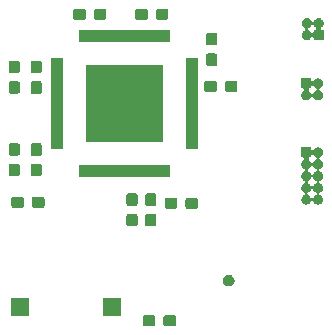
<source format=gbr>
G04 #@! TF.GenerationSoftware,KiCad,Pcbnew,5.0.2-bee76a0~70~ubuntu18.04.1*
G04 #@! TF.CreationDate,2020-07-09T21:56:47-07:00*
G04 #@! TF.ProjectId,light_thing_hw,6c696768-745f-4746-9869-6e675f68772e,rev?*
G04 #@! TF.SameCoordinates,Original*
G04 #@! TF.FileFunction,Soldermask,Top*
G04 #@! TF.FilePolarity,Negative*
%FSLAX46Y46*%
G04 Gerber Fmt 4.6, Leading zero omitted, Abs format (unit mm)*
G04 Created by KiCad (PCBNEW 5.0.2-bee76a0~70~ubuntu18.04.1) date Thu 09 Jul 2020 09:56:47 PM PDT*
%MOMM*%
%LPD*%
G01*
G04 APERTURE LIST*
%ADD10C,0.100000*%
G04 APERTURE END LIST*
D10*
G36*
X132584024Y-93298955D02*
X132616736Y-93308879D01*
X132646890Y-93324997D01*
X132673316Y-93346684D01*
X132695003Y-93373110D01*
X132711121Y-93403264D01*
X132721045Y-93435976D01*
X132725000Y-93476138D01*
X132725000Y-94063862D01*
X132721045Y-94104024D01*
X132711121Y-94136736D01*
X132695003Y-94166890D01*
X132673316Y-94193316D01*
X132646890Y-94215003D01*
X132616736Y-94231121D01*
X132584024Y-94241045D01*
X132543862Y-94245000D01*
X131856138Y-94245000D01*
X131815976Y-94241045D01*
X131783264Y-94231121D01*
X131753110Y-94215003D01*
X131726684Y-94193316D01*
X131704997Y-94166890D01*
X131688879Y-94136736D01*
X131678955Y-94104024D01*
X131675000Y-94063862D01*
X131675000Y-93476138D01*
X131678955Y-93435976D01*
X131688879Y-93403264D01*
X131704997Y-93373110D01*
X131726684Y-93346684D01*
X131753110Y-93324997D01*
X131783264Y-93308879D01*
X131815976Y-93298955D01*
X131856138Y-93295000D01*
X132543862Y-93295000D01*
X132584024Y-93298955D01*
X132584024Y-93298955D01*
G37*
G36*
X130834024Y-93298955D02*
X130866736Y-93308879D01*
X130896890Y-93324997D01*
X130923316Y-93346684D01*
X130945003Y-93373110D01*
X130961121Y-93403264D01*
X130971045Y-93435976D01*
X130975000Y-93476138D01*
X130975000Y-94063862D01*
X130971045Y-94104024D01*
X130961121Y-94136736D01*
X130945003Y-94166890D01*
X130923316Y-94193316D01*
X130896890Y-94215003D01*
X130866736Y-94231121D01*
X130834024Y-94241045D01*
X130793862Y-94245000D01*
X130106138Y-94245000D01*
X130065976Y-94241045D01*
X130033264Y-94231121D01*
X130003110Y-94215003D01*
X129976684Y-94193316D01*
X129954997Y-94166890D01*
X129938879Y-94136736D01*
X129928955Y-94104024D01*
X129925000Y-94063862D01*
X129925000Y-93476138D01*
X129928955Y-93435976D01*
X129938879Y-93403264D01*
X129954997Y-93373110D01*
X129976684Y-93346684D01*
X130003110Y-93324997D01*
X130033264Y-93308879D01*
X130065976Y-93298955D01*
X130106138Y-93295000D01*
X130793862Y-93295000D01*
X130834024Y-93298955D01*
X130834024Y-93298955D01*
G37*
G36*
X128070000Y-93330000D02*
X126570000Y-93330000D01*
X126570000Y-91830000D01*
X128070000Y-91830000D01*
X128070000Y-93330000D01*
X128070000Y-93330000D01*
G37*
G36*
X120270000Y-93330000D02*
X118770000Y-93330000D01*
X118770000Y-91830000D01*
X120270000Y-91830000D01*
X120270000Y-93330000D01*
X120270000Y-93330000D01*
G37*
G36*
X137345845Y-89869215D02*
X137436839Y-89906906D01*
X137517640Y-89960896D01*
X137518734Y-89961627D01*
X137588373Y-90031266D01*
X137643095Y-90113163D01*
X137680785Y-90204155D01*
X137700000Y-90300755D01*
X137700000Y-90399245D01*
X137680785Y-90495845D01*
X137643095Y-90586837D01*
X137588373Y-90668734D01*
X137518734Y-90738373D01*
X137518731Y-90738375D01*
X137436839Y-90793094D01*
X137345845Y-90830785D01*
X137249246Y-90850000D01*
X137150754Y-90850000D01*
X137054155Y-90830785D01*
X136963161Y-90793094D01*
X136881269Y-90738375D01*
X136881266Y-90738373D01*
X136811627Y-90668734D01*
X136756905Y-90586837D01*
X136719215Y-90495845D01*
X136700000Y-90399245D01*
X136700000Y-90300755D01*
X136719215Y-90204155D01*
X136756905Y-90113163D01*
X136811627Y-90031266D01*
X136881266Y-89961627D01*
X136882360Y-89960896D01*
X136963161Y-89906906D01*
X137054155Y-89869215D01*
X137150754Y-89850000D01*
X137249246Y-89850000D01*
X137345845Y-89869215D01*
X137345845Y-89869215D01*
G37*
G36*
X130943595Y-84732650D02*
X130976307Y-84742574D01*
X131006461Y-84758692D01*
X131032887Y-84780379D01*
X131054574Y-84806805D01*
X131070692Y-84836959D01*
X131080616Y-84869671D01*
X131084571Y-84909833D01*
X131084571Y-85597557D01*
X131080616Y-85637719D01*
X131070692Y-85670431D01*
X131054574Y-85700585D01*
X131032887Y-85727011D01*
X131006461Y-85748698D01*
X130976307Y-85764816D01*
X130943595Y-85774740D01*
X130903433Y-85778695D01*
X130315709Y-85778695D01*
X130275547Y-85774740D01*
X130242835Y-85764816D01*
X130212681Y-85748698D01*
X130186255Y-85727011D01*
X130164568Y-85700585D01*
X130148450Y-85670431D01*
X130138526Y-85637719D01*
X130134571Y-85597557D01*
X130134571Y-84909833D01*
X130138526Y-84869671D01*
X130148450Y-84836959D01*
X130164568Y-84806805D01*
X130186255Y-84780379D01*
X130212681Y-84758692D01*
X130242835Y-84742574D01*
X130275547Y-84732650D01*
X130315709Y-84728695D01*
X130903433Y-84728695D01*
X130943595Y-84732650D01*
X130943595Y-84732650D01*
G37*
G36*
X129343595Y-84732650D02*
X129376307Y-84742574D01*
X129406461Y-84758692D01*
X129432887Y-84780379D01*
X129454574Y-84806805D01*
X129470692Y-84836959D01*
X129480616Y-84869671D01*
X129484571Y-84909833D01*
X129484571Y-85597557D01*
X129480616Y-85637719D01*
X129470692Y-85670431D01*
X129454574Y-85700585D01*
X129432887Y-85727011D01*
X129406461Y-85748698D01*
X129376307Y-85764816D01*
X129343595Y-85774740D01*
X129303433Y-85778695D01*
X128715709Y-85778695D01*
X128675547Y-85774740D01*
X128642835Y-85764816D01*
X128612681Y-85748698D01*
X128586255Y-85727011D01*
X128564568Y-85700585D01*
X128548450Y-85670431D01*
X128538526Y-85637719D01*
X128534571Y-85597557D01*
X128534571Y-84909833D01*
X128538526Y-84869671D01*
X128548450Y-84836959D01*
X128564568Y-84806805D01*
X128586255Y-84780379D01*
X128612681Y-84758692D01*
X128642835Y-84742574D01*
X128675547Y-84732650D01*
X128715709Y-84728695D01*
X129303433Y-84728695D01*
X129343595Y-84732650D01*
X129343595Y-84732650D01*
G37*
G36*
X134450183Y-83342058D02*
X134482895Y-83351982D01*
X134513049Y-83368100D01*
X134539475Y-83389787D01*
X134561162Y-83416213D01*
X134577280Y-83446367D01*
X134587204Y-83479079D01*
X134591159Y-83519241D01*
X134591159Y-84106965D01*
X134587204Y-84147127D01*
X134577280Y-84179839D01*
X134561162Y-84209993D01*
X134539475Y-84236419D01*
X134513049Y-84258106D01*
X134482895Y-84274224D01*
X134450183Y-84284148D01*
X134410021Y-84288103D01*
X133722297Y-84288103D01*
X133682135Y-84284148D01*
X133649423Y-84274224D01*
X133619269Y-84258106D01*
X133592843Y-84236419D01*
X133571156Y-84209993D01*
X133555038Y-84179839D01*
X133545114Y-84147127D01*
X133541159Y-84106965D01*
X133541159Y-83519241D01*
X133545114Y-83479079D01*
X133555038Y-83446367D01*
X133571156Y-83416213D01*
X133592843Y-83389787D01*
X133619269Y-83368100D01*
X133649423Y-83351982D01*
X133682135Y-83342058D01*
X133722297Y-83338103D01*
X134410021Y-83338103D01*
X134450183Y-83342058D01*
X134450183Y-83342058D01*
G37*
G36*
X132700183Y-83342058D02*
X132732895Y-83351982D01*
X132763049Y-83368100D01*
X132789475Y-83389787D01*
X132811162Y-83416213D01*
X132827280Y-83446367D01*
X132837204Y-83479079D01*
X132841159Y-83519241D01*
X132841159Y-84106965D01*
X132837204Y-84147127D01*
X132827280Y-84179839D01*
X132811162Y-84209993D01*
X132789475Y-84236419D01*
X132763049Y-84258106D01*
X132732895Y-84274224D01*
X132700183Y-84284148D01*
X132660021Y-84288103D01*
X131972297Y-84288103D01*
X131932135Y-84284148D01*
X131899423Y-84274224D01*
X131869269Y-84258106D01*
X131842843Y-84236419D01*
X131821156Y-84209993D01*
X131805038Y-84179839D01*
X131795114Y-84147127D01*
X131791159Y-84106965D01*
X131791159Y-83519241D01*
X131795114Y-83479079D01*
X131805038Y-83446367D01*
X131821156Y-83416213D01*
X131842843Y-83389787D01*
X131869269Y-83368100D01*
X131899423Y-83351982D01*
X131932135Y-83342058D01*
X131972297Y-83338103D01*
X132660021Y-83338103D01*
X132700183Y-83342058D01*
X132700183Y-83342058D01*
G37*
G36*
X119713595Y-83252650D02*
X119746307Y-83262574D01*
X119776461Y-83278692D01*
X119802887Y-83300379D01*
X119824574Y-83326805D01*
X119840692Y-83356959D01*
X119850616Y-83389671D01*
X119854571Y-83429833D01*
X119854571Y-84017557D01*
X119850616Y-84057719D01*
X119840692Y-84090431D01*
X119824574Y-84120585D01*
X119802887Y-84147011D01*
X119776461Y-84168698D01*
X119746307Y-84184816D01*
X119713595Y-84194740D01*
X119673433Y-84198695D01*
X118985709Y-84198695D01*
X118945547Y-84194740D01*
X118912835Y-84184816D01*
X118882681Y-84168698D01*
X118856255Y-84147011D01*
X118834568Y-84120585D01*
X118818450Y-84090431D01*
X118808526Y-84057719D01*
X118804571Y-84017557D01*
X118804571Y-83429833D01*
X118808526Y-83389671D01*
X118818450Y-83356959D01*
X118834568Y-83326805D01*
X118856255Y-83300379D01*
X118882681Y-83278692D01*
X118912835Y-83262574D01*
X118945547Y-83252650D01*
X118985709Y-83248695D01*
X119673433Y-83248695D01*
X119713595Y-83252650D01*
X119713595Y-83252650D01*
G37*
G36*
X121463595Y-83252650D02*
X121496307Y-83262574D01*
X121526461Y-83278692D01*
X121552887Y-83300379D01*
X121574574Y-83326805D01*
X121590692Y-83356959D01*
X121600616Y-83389671D01*
X121604571Y-83429833D01*
X121604571Y-84017557D01*
X121600616Y-84057719D01*
X121590692Y-84090431D01*
X121574574Y-84120585D01*
X121552887Y-84147011D01*
X121526461Y-84168698D01*
X121496307Y-84184816D01*
X121463595Y-84194740D01*
X121423433Y-84198695D01*
X120735709Y-84198695D01*
X120695547Y-84194740D01*
X120662835Y-84184816D01*
X120632681Y-84168698D01*
X120606255Y-84147011D01*
X120584568Y-84120585D01*
X120568450Y-84090431D01*
X120558526Y-84057719D01*
X120554571Y-84017557D01*
X120554571Y-83429833D01*
X120558526Y-83389671D01*
X120568450Y-83356959D01*
X120584568Y-83326805D01*
X120606255Y-83300379D01*
X120632681Y-83278692D01*
X120662835Y-83262574D01*
X120695547Y-83252650D01*
X120735709Y-83248695D01*
X121423433Y-83248695D01*
X121463595Y-83252650D01*
X121463595Y-83252650D01*
G37*
G36*
X129343595Y-82982650D02*
X129376307Y-82992574D01*
X129406461Y-83008692D01*
X129432887Y-83030379D01*
X129454574Y-83056805D01*
X129470692Y-83086959D01*
X129480616Y-83119671D01*
X129484571Y-83159833D01*
X129484571Y-83847557D01*
X129480616Y-83887719D01*
X129470692Y-83920431D01*
X129454574Y-83950585D01*
X129432887Y-83977011D01*
X129406461Y-83998698D01*
X129376307Y-84014816D01*
X129343595Y-84024740D01*
X129303433Y-84028695D01*
X128715709Y-84028695D01*
X128675547Y-84024740D01*
X128642835Y-84014816D01*
X128612681Y-83998698D01*
X128586255Y-83977011D01*
X128564568Y-83950585D01*
X128548450Y-83920431D01*
X128538526Y-83887719D01*
X128534571Y-83847557D01*
X128534571Y-83159833D01*
X128538526Y-83119671D01*
X128548450Y-83086959D01*
X128564568Y-83056805D01*
X128586255Y-83030379D01*
X128612681Y-83008692D01*
X128642835Y-82992574D01*
X128675547Y-82982650D01*
X128715709Y-82978695D01*
X129303433Y-82978695D01*
X129343595Y-82982650D01*
X129343595Y-82982650D01*
G37*
G36*
X130943595Y-82982650D02*
X130976307Y-82992574D01*
X131006461Y-83008692D01*
X131032887Y-83030379D01*
X131054574Y-83056805D01*
X131070692Y-83086959D01*
X131080616Y-83119671D01*
X131084571Y-83159833D01*
X131084571Y-83847557D01*
X131080616Y-83887719D01*
X131070692Y-83920431D01*
X131054574Y-83950585D01*
X131032887Y-83977011D01*
X131006461Y-83998698D01*
X130976307Y-84014816D01*
X130943595Y-84024740D01*
X130903433Y-84028695D01*
X130315709Y-84028695D01*
X130275547Y-84024740D01*
X130242835Y-84014816D01*
X130212681Y-83998698D01*
X130186255Y-83977011D01*
X130164568Y-83950585D01*
X130148450Y-83920431D01*
X130138526Y-83887719D01*
X130134571Y-83847557D01*
X130134571Y-83159833D01*
X130138526Y-83119671D01*
X130148450Y-83086959D01*
X130164568Y-83056805D01*
X130186255Y-83030379D01*
X130212681Y-83008692D01*
X130242835Y-82992574D01*
X130275547Y-82982650D01*
X130315709Y-82978695D01*
X130903433Y-82978695D01*
X130943595Y-82982650D01*
X130943595Y-82982650D01*
G37*
G36*
X144189000Y-79183357D02*
X144191402Y-79207743D01*
X144198515Y-79231192D01*
X144210066Y-79252803D01*
X144225612Y-79271745D01*
X144244554Y-79287291D01*
X144266165Y-79298842D01*
X144289614Y-79305955D01*
X144314000Y-79308357D01*
X144338386Y-79305955D01*
X144361835Y-79298842D01*
X144383446Y-79287291D01*
X144410624Y-79262659D01*
X144462026Y-79200026D01*
X144526740Y-79146916D01*
X144526742Y-79146915D01*
X144526743Y-79146914D01*
X144600573Y-79107451D01*
X144680684Y-79083149D01*
X144743122Y-79077000D01*
X144784878Y-79077000D01*
X144847316Y-79083149D01*
X144927427Y-79107451D01*
X145001257Y-79146914D01*
X145001258Y-79146915D01*
X145001260Y-79146916D01*
X145065974Y-79200026D01*
X145117375Y-79262657D01*
X145119086Y-79264743D01*
X145158549Y-79338573D01*
X145182851Y-79418684D01*
X145191056Y-79502000D01*
X145182851Y-79585316D01*
X145158549Y-79665427D01*
X145119086Y-79739257D01*
X145119084Y-79739260D01*
X145065974Y-79803974D01*
X145001260Y-79857084D01*
X144936383Y-79891761D01*
X144916011Y-79905373D01*
X144898684Y-79922700D01*
X144885070Y-79943075D01*
X144875693Y-79965714D01*
X144870912Y-79989747D01*
X144870912Y-80014251D01*
X144875692Y-80038285D01*
X144885069Y-80060924D01*
X144898683Y-80081299D01*
X144916010Y-80098626D01*
X144936383Y-80112239D01*
X144953608Y-80121446D01*
X145001260Y-80146916D01*
X145065974Y-80200026D01*
X145119086Y-80264743D01*
X145158549Y-80338573D01*
X145182851Y-80418684D01*
X145191056Y-80502000D01*
X145182851Y-80585316D01*
X145158549Y-80665427D01*
X145119086Y-80739257D01*
X145119084Y-80739260D01*
X145065974Y-80803974D01*
X145001260Y-80857084D01*
X144936383Y-80891761D01*
X144916011Y-80905373D01*
X144898684Y-80922700D01*
X144885070Y-80943075D01*
X144875693Y-80965714D01*
X144870912Y-80989747D01*
X144870912Y-81014251D01*
X144875692Y-81038285D01*
X144885069Y-81060924D01*
X144898683Y-81081299D01*
X144916010Y-81098626D01*
X144936383Y-81112239D01*
X145001260Y-81146916D01*
X145065974Y-81200026D01*
X145119086Y-81264743D01*
X145158549Y-81338573D01*
X145182851Y-81418684D01*
X145191056Y-81502000D01*
X145182851Y-81585316D01*
X145158549Y-81665427D01*
X145119086Y-81739257D01*
X145119084Y-81739260D01*
X145065974Y-81803974D01*
X145001260Y-81857084D01*
X144936383Y-81891761D01*
X144916011Y-81905373D01*
X144898684Y-81922700D01*
X144885070Y-81943075D01*
X144875693Y-81965714D01*
X144870912Y-81989747D01*
X144870912Y-82014251D01*
X144875692Y-82038285D01*
X144885069Y-82060924D01*
X144898683Y-82081299D01*
X144916010Y-82098626D01*
X144936383Y-82112239D01*
X145001260Y-82146916D01*
X145065974Y-82200026D01*
X145119086Y-82264743D01*
X145158549Y-82338573D01*
X145182851Y-82418684D01*
X145191056Y-82502000D01*
X145182851Y-82585316D01*
X145158549Y-82665427D01*
X145119086Y-82739257D01*
X145119084Y-82739260D01*
X145065974Y-82803974D01*
X145001260Y-82857084D01*
X144936383Y-82891761D01*
X144916011Y-82905373D01*
X144898684Y-82922700D01*
X144885070Y-82943075D01*
X144875693Y-82965714D01*
X144870912Y-82989747D01*
X144870912Y-83014251D01*
X144875692Y-83038285D01*
X144885069Y-83060924D01*
X144898683Y-83081299D01*
X144916010Y-83098626D01*
X144936383Y-83112239D01*
X145001260Y-83146916D01*
X145065974Y-83200026D01*
X145109661Y-83253258D01*
X145119086Y-83264743D01*
X145158549Y-83338573D01*
X145182851Y-83418684D01*
X145191056Y-83502000D01*
X145182851Y-83585316D01*
X145158549Y-83665427D01*
X145119086Y-83739257D01*
X145119084Y-83739260D01*
X145065974Y-83803974D01*
X145001260Y-83857084D01*
X145001258Y-83857085D01*
X145001257Y-83857086D01*
X144927427Y-83896549D01*
X144847316Y-83920851D01*
X144784878Y-83927000D01*
X144743122Y-83927000D01*
X144680684Y-83920851D01*
X144600573Y-83896549D01*
X144526743Y-83857086D01*
X144526742Y-83857085D01*
X144526740Y-83857084D01*
X144462026Y-83803974D01*
X144408916Y-83739260D01*
X144374239Y-83674383D01*
X144360627Y-83654011D01*
X144343300Y-83636684D01*
X144322925Y-83623070D01*
X144300286Y-83613693D01*
X144276253Y-83608912D01*
X144251749Y-83608912D01*
X144227715Y-83613692D01*
X144205076Y-83623069D01*
X144184701Y-83636683D01*
X144167374Y-83654010D01*
X144153761Y-83674383D01*
X144119084Y-83739260D01*
X144065974Y-83803974D01*
X144001260Y-83857084D01*
X144001258Y-83857085D01*
X144001257Y-83857086D01*
X143927427Y-83896549D01*
X143847316Y-83920851D01*
X143784878Y-83927000D01*
X143743122Y-83927000D01*
X143680684Y-83920851D01*
X143600573Y-83896549D01*
X143526743Y-83857086D01*
X143526742Y-83857085D01*
X143526740Y-83857084D01*
X143462026Y-83803974D01*
X143408916Y-83739260D01*
X143408914Y-83739257D01*
X143369451Y-83665427D01*
X143345149Y-83585316D01*
X143336944Y-83502000D01*
X143345149Y-83418684D01*
X143369451Y-83338573D01*
X143408914Y-83264743D01*
X143418340Y-83253258D01*
X143462026Y-83200026D01*
X143526740Y-83146916D01*
X143591617Y-83112239D01*
X143611989Y-83098627D01*
X143629316Y-83081300D01*
X143642930Y-83060925D01*
X143652307Y-83038286D01*
X143657088Y-83014253D01*
X143657088Y-82989749D01*
X143657088Y-82989747D01*
X143870912Y-82989747D01*
X143870912Y-83014251D01*
X143875692Y-83038285D01*
X143885069Y-83060924D01*
X143898683Y-83081299D01*
X143916010Y-83098626D01*
X143936383Y-83112239D01*
X144001260Y-83146916D01*
X144065974Y-83200026D01*
X144119084Y-83264740D01*
X144153759Y-83329614D01*
X144167373Y-83349989D01*
X144184700Y-83367316D01*
X144205075Y-83380930D01*
X144227714Y-83390307D01*
X144251747Y-83395088D01*
X144276251Y-83395088D01*
X144300285Y-83390308D01*
X144322924Y-83380931D01*
X144343299Y-83367317D01*
X144360626Y-83349990D01*
X144374241Y-83329614D01*
X144408916Y-83264740D01*
X144462026Y-83200026D01*
X144526740Y-83146916D01*
X144591617Y-83112239D01*
X144611989Y-83098627D01*
X144629316Y-83081300D01*
X144642930Y-83060925D01*
X144652307Y-83038286D01*
X144657088Y-83014253D01*
X144657088Y-82989749D01*
X144652308Y-82965715D01*
X144642931Y-82943076D01*
X144629317Y-82922701D01*
X144611990Y-82905374D01*
X144591617Y-82891761D01*
X144526740Y-82857084D01*
X144462026Y-82803974D01*
X144408916Y-82739260D01*
X144374239Y-82674383D01*
X144360627Y-82654011D01*
X144343300Y-82636684D01*
X144322925Y-82623070D01*
X144300286Y-82613693D01*
X144276253Y-82608912D01*
X144251749Y-82608912D01*
X144227715Y-82613692D01*
X144205076Y-82623069D01*
X144184701Y-82636683D01*
X144167374Y-82654010D01*
X144153761Y-82674383D01*
X144119084Y-82739260D01*
X144065974Y-82803974D01*
X144001260Y-82857084D01*
X143936383Y-82891761D01*
X143916011Y-82905373D01*
X143898684Y-82922700D01*
X143885070Y-82943075D01*
X143875693Y-82965714D01*
X143870912Y-82989747D01*
X143657088Y-82989747D01*
X143652308Y-82965715D01*
X143642931Y-82943076D01*
X143629317Y-82922701D01*
X143611990Y-82905374D01*
X143591617Y-82891761D01*
X143526740Y-82857084D01*
X143462026Y-82803974D01*
X143408916Y-82739260D01*
X143408914Y-82739257D01*
X143369451Y-82665427D01*
X143345149Y-82585316D01*
X143336944Y-82502000D01*
X143345149Y-82418684D01*
X143369451Y-82338573D01*
X143408914Y-82264743D01*
X143462026Y-82200026D01*
X143526740Y-82146916D01*
X143591617Y-82112239D01*
X143611989Y-82098627D01*
X143629316Y-82081300D01*
X143642930Y-82060925D01*
X143652307Y-82038286D01*
X143657088Y-82014253D01*
X143657088Y-81989749D01*
X143657088Y-81989747D01*
X143870912Y-81989747D01*
X143870912Y-82014251D01*
X143875692Y-82038285D01*
X143885069Y-82060924D01*
X143898683Y-82081299D01*
X143916010Y-82098626D01*
X143936383Y-82112239D01*
X144001260Y-82146916D01*
X144065974Y-82200026D01*
X144119084Y-82264740D01*
X144153759Y-82329614D01*
X144167373Y-82349989D01*
X144184700Y-82367316D01*
X144205075Y-82380930D01*
X144227714Y-82390307D01*
X144251747Y-82395088D01*
X144276251Y-82395088D01*
X144300285Y-82390308D01*
X144322924Y-82380931D01*
X144343299Y-82367317D01*
X144360626Y-82349990D01*
X144374241Y-82329614D01*
X144408916Y-82264740D01*
X144462026Y-82200026D01*
X144526740Y-82146916D01*
X144591617Y-82112239D01*
X144611989Y-82098627D01*
X144629316Y-82081300D01*
X144642930Y-82060925D01*
X144652307Y-82038286D01*
X144657088Y-82014253D01*
X144657088Y-81989749D01*
X144652308Y-81965715D01*
X144642931Y-81943076D01*
X144629317Y-81922701D01*
X144611990Y-81905374D01*
X144591617Y-81891761D01*
X144526740Y-81857084D01*
X144462026Y-81803974D01*
X144408916Y-81739260D01*
X144374239Y-81674383D01*
X144360627Y-81654011D01*
X144343300Y-81636684D01*
X144322925Y-81623070D01*
X144300286Y-81613693D01*
X144276253Y-81608912D01*
X144251749Y-81608912D01*
X144227715Y-81613692D01*
X144205076Y-81623069D01*
X144184701Y-81636683D01*
X144167374Y-81654010D01*
X144153761Y-81674383D01*
X144119084Y-81739260D01*
X144065974Y-81803974D01*
X144001260Y-81857084D01*
X143936383Y-81891761D01*
X143916011Y-81905373D01*
X143898684Y-81922700D01*
X143885070Y-81943075D01*
X143875693Y-81965714D01*
X143870912Y-81989747D01*
X143657088Y-81989747D01*
X143652308Y-81965715D01*
X143642931Y-81943076D01*
X143629317Y-81922701D01*
X143611990Y-81905374D01*
X143591617Y-81891761D01*
X143526740Y-81857084D01*
X143462026Y-81803974D01*
X143408916Y-81739260D01*
X143408914Y-81739257D01*
X143369451Y-81665427D01*
X143345149Y-81585316D01*
X143336944Y-81502000D01*
X143345149Y-81418684D01*
X143369451Y-81338573D01*
X143408914Y-81264743D01*
X143462026Y-81200026D01*
X143526740Y-81146916D01*
X143591617Y-81112239D01*
X143611989Y-81098627D01*
X143629316Y-81081300D01*
X143642930Y-81060925D01*
X143652307Y-81038286D01*
X143657088Y-81014253D01*
X143657088Y-80989749D01*
X143657088Y-80989747D01*
X143870912Y-80989747D01*
X143870912Y-81014251D01*
X143875692Y-81038285D01*
X143885069Y-81060924D01*
X143898683Y-81081299D01*
X143916010Y-81098626D01*
X143936383Y-81112239D01*
X144001260Y-81146916D01*
X144065974Y-81200026D01*
X144119084Y-81264740D01*
X144135080Y-81294666D01*
X144153759Y-81329614D01*
X144167373Y-81349989D01*
X144184700Y-81367316D01*
X144205075Y-81380930D01*
X144227714Y-81390307D01*
X144251747Y-81395088D01*
X144276251Y-81395088D01*
X144300285Y-81390308D01*
X144322924Y-81380931D01*
X144343299Y-81367317D01*
X144360626Y-81349990D01*
X144374241Y-81329614D01*
X144392921Y-81294666D01*
X144408916Y-81264740D01*
X144462026Y-81200026D01*
X144526740Y-81146916D01*
X144591617Y-81112239D01*
X144611989Y-81098627D01*
X144629316Y-81081300D01*
X144642930Y-81060925D01*
X144652307Y-81038286D01*
X144657088Y-81014253D01*
X144657088Y-80989749D01*
X144652308Y-80965715D01*
X144642931Y-80943076D01*
X144629317Y-80922701D01*
X144611990Y-80905374D01*
X144591617Y-80891761D01*
X144526740Y-80857084D01*
X144462026Y-80803974D01*
X144408916Y-80739260D01*
X144374239Y-80674383D01*
X144360627Y-80654011D01*
X144343300Y-80636684D01*
X144322925Y-80623070D01*
X144300286Y-80613693D01*
X144276253Y-80608912D01*
X144251749Y-80608912D01*
X144227715Y-80613692D01*
X144205076Y-80623069D01*
X144184701Y-80636683D01*
X144167374Y-80654010D01*
X144153761Y-80674383D01*
X144119084Y-80739260D01*
X144065974Y-80803974D01*
X144001260Y-80857084D01*
X143936383Y-80891761D01*
X143916011Y-80905373D01*
X143898684Y-80922700D01*
X143885070Y-80943075D01*
X143875693Y-80965714D01*
X143870912Y-80989747D01*
X143657088Y-80989747D01*
X143652308Y-80965715D01*
X143642931Y-80943076D01*
X143629317Y-80922701D01*
X143611990Y-80905374D01*
X143591617Y-80891761D01*
X143526740Y-80857084D01*
X143462026Y-80803974D01*
X143408916Y-80739260D01*
X143408914Y-80739257D01*
X143369451Y-80665427D01*
X143345149Y-80585316D01*
X143336944Y-80502000D01*
X143345149Y-80418684D01*
X143369451Y-80338573D01*
X143408914Y-80264743D01*
X143462026Y-80200026D01*
X143524660Y-80148623D01*
X143541984Y-80131299D01*
X143555597Y-80110924D01*
X143564975Y-80088285D01*
X143569755Y-80064252D01*
X143569755Y-80052000D01*
X143957643Y-80052000D01*
X143960045Y-80076386D01*
X143967158Y-80099835D01*
X143978709Y-80121446D01*
X144003341Y-80148624D01*
X144065974Y-80200026D01*
X144119084Y-80264740D01*
X144153759Y-80329614D01*
X144167373Y-80349989D01*
X144184700Y-80367316D01*
X144205075Y-80380930D01*
X144227714Y-80390307D01*
X144251747Y-80395088D01*
X144276251Y-80395088D01*
X144300285Y-80390308D01*
X144322924Y-80380931D01*
X144343299Y-80367317D01*
X144360626Y-80349990D01*
X144374241Y-80329614D01*
X144408916Y-80264740D01*
X144462026Y-80200026D01*
X144526740Y-80146916D01*
X144574392Y-80121446D01*
X144591617Y-80112239D01*
X144611989Y-80098627D01*
X144629316Y-80081300D01*
X144642930Y-80060925D01*
X144652307Y-80038286D01*
X144657088Y-80014253D01*
X144657088Y-79989749D01*
X144652308Y-79965715D01*
X144642931Y-79943076D01*
X144629317Y-79922701D01*
X144611990Y-79905374D01*
X144591617Y-79891761D01*
X144526740Y-79857084D01*
X144462026Y-79803974D01*
X144410623Y-79741340D01*
X144393299Y-79724016D01*
X144372924Y-79710403D01*
X144350285Y-79701025D01*
X144326252Y-79696245D01*
X144301747Y-79696245D01*
X144277714Y-79701026D01*
X144255075Y-79710403D01*
X144234700Y-79724017D01*
X144217373Y-79741344D01*
X144203760Y-79761719D01*
X144194382Y-79784358D01*
X144189000Y-79820643D01*
X144189000Y-79927000D01*
X144082643Y-79927000D01*
X144058257Y-79929402D01*
X144034808Y-79936515D01*
X144013197Y-79948066D01*
X143994255Y-79963612D01*
X143978709Y-79982554D01*
X143967158Y-80004165D01*
X143960045Y-80027614D01*
X143957643Y-80052000D01*
X143569755Y-80052000D01*
X143569755Y-80039747D01*
X143564974Y-80015714D01*
X143555597Y-79993075D01*
X143541983Y-79972700D01*
X143524656Y-79955373D01*
X143504281Y-79941760D01*
X143481642Y-79932382D01*
X143445357Y-79927000D01*
X143339000Y-79927000D01*
X143339000Y-79077000D01*
X144189000Y-79077000D01*
X144189000Y-79183357D01*
X144189000Y-79183357D01*
G37*
G36*
X132264571Y-81573695D02*
X124514571Y-81573695D01*
X124514571Y-80573695D01*
X132264571Y-80573695D01*
X132264571Y-81573695D01*
X132264571Y-81573695D01*
G37*
G36*
X121233595Y-80492650D02*
X121266307Y-80502574D01*
X121296461Y-80518692D01*
X121322887Y-80540379D01*
X121344574Y-80566805D01*
X121360692Y-80596959D01*
X121370616Y-80629671D01*
X121374571Y-80669833D01*
X121374571Y-81357557D01*
X121370616Y-81397719D01*
X121360692Y-81430431D01*
X121344574Y-81460585D01*
X121322887Y-81487011D01*
X121296461Y-81508698D01*
X121266307Y-81524816D01*
X121233595Y-81534740D01*
X121193433Y-81538695D01*
X120605709Y-81538695D01*
X120565547Y-81534740D01*
X120532835Y-81524816D01*
X120502681Y-81508698D01*
X120476255Y-81487011D01*
X120454568Y-81460585D01*
X120438450Y-81430431D01*
X120428526Y-81397719D01*
X120424571Y-81357557D01*
X120424571Y-80669833D01*
X120428526Y-80629671D01*
X120438450Y-80596959D01*
X120454568Y-80566805D01*
X120476255Y-80540379D01*
X120502681Y-80518692D01*
X120532835Y-80502574D01*
X120565547Y-80492650D01*
X120605709Y-80488695D01*
X121193433Y-80488695D01*
X121233595Y-80492650D01*
X121233595Y-80492650D01*
G37*
G36*
X119365650Y-80486121D02*
X119398362Y-80496045D01*
X119428516Y-80512163D01*
X119454942Y-80533850D01*
X119476629Y-80560276D01*
X119492747Y-80590430D01*
X119502671Y-80623142D01*
X119506626Y-80663304D01*
X119506626Y-81351028D01*
X119502671Y-81391190D01*
X119492747Y-81423902D01*
X119476629Y-81454056D01*
X119454942Y-81480482D01*
X119428516Y-81502169D01*
X119398362Y-81518287D01*
X119365650Y-81528211D01*
X119325488Y-81532166D01*
X118737764Y-81532166D01*
X118697602Y-81528211D01*
X118664890Y-81518287D01*
X118634736Y-81502169D01*
X118608310Y-81480482D01*
X118586623Y-81454056D01*
X118570505Y-81423902D01*
X118560581Y-81391190D01*
X118556626Y-81351028D01*
X118556626Y-80663304D01*
X118560581Y-80623142D01*
X118570505Y-80590430D01*
X118586623Y-80560276D01*
X118608310Y-80533850D01*
X118634736Y-80512163D01*
X118664890Y-80496045D01*
X118697602Y-80486121D01*
X118737764Y-80482166D01*
X119325488Y-80482166D01*
X119365650Y-80486121D01*
X119365650Y-80486121D01*
G37*
G36*
X121233595Y-78742650D02*
X121266307Y-78752574D01*
X121296461Y-78768692D01*
X121322887Y-78790379D01*
X121344574Y-78816805D01*
X121360692Y-78846959D01*
X121370616Y-78879671D01*
X121374571Y-78919833D01*
X121374571Y-79607557D01*
X121370616Y-79647719D01*
X121360692Y-79680431D01*
X121344574Y-79710585D01*
X121322887Y-79737011D01*
X121296461Y-79758698D01*
X121266307Y-79774816D01*
X121233595Y-79784740D01*
X121193433Y-79788695D01*
X120605709Y-79788695D01*
X120565547Y-79784740D01*
X120532835Y-79774816D01*
X120502681Y-79758698D01*
X120476255Y-79737011D01*
X120454568Y-79710585D01*
X120438450Y-79680431D01*
X120428526Y-79647719D01*
X120424571Y-79607557D01*
X120424571Y-78919833D01*
X120428526Y-78879671D01*
X120438450Y-78846959D01*
X120454568Y-78816805D01*
X120476255Y-78790379D01*
X120502681Y-78768692D01*
X120532835Y-78752574D01*
X120565547Y-78742650D01*
X120605709Y-78738695D01*
X121193433Y-78738695D01*
X121233595Y-78742650D01*
X121233595Y-78742650D01*
G37*
G36*
X119365650Y-78736121D02*
X119398362Y-78746045D01*
X119428516Y-78762163D01*
X119454942Y-78783850D01*
X119476629Y-78810276D01*
X119492747Y-78840430D01*
X119502671Y-78873142D01*
X119506626Y-78913304D01*
X119506626Y-79601028D01*
X119502671Y-79641190D01*
X119492747Y-79673902D01*
X119476629Y-79704056D01*
X119454942Y-79730482D01*
X119428516Y-79752169D01*
X119398362Y-79768287D01*
X119365650Y-79778211D01*
X119325488Y-79782166D01*
X118737764Y-79782166D01*
X118697602Y-79778211D01*
X118664890Y-79768287D01*
X118634736Y-79752169D01*
X118608310Y-79730482D01*
X118586623Y-79704056D01*
X118570505Y-79673902D01*
X118560581Y-79641190D01*
X118556626Y-79601028D01*
X118556626Y-78913304D01*
X118560581Y-78873142D01*
X118570505Y-78840430D01*
X118586623Y-78810276D01*
X118608310Y-78783850D01*
X118634736Y-78762163D01*
X118664890Y-78746045D01*
X118697602Y-78736121D01*
X118737764Y-78732166D01*
X119325488Y-78732166D01*
X119365650Y-78736121D01*
X119365650Y-78736121D01*
G37*
G36*
X123189571Y-79248695D02*
X122189571Y-79248695D01*
X122189571Y-71498695D01*
X123189571Y-71498695D01*
X123189571Y-79248695D01*
X123189571Y-79248695D01*
G37*
G36*
X134589571Y-79248695D02*
X133589571Y-79248695D01*
X133589571Y-71498695D01*
X134589571Y-71498695D01*
X134589571Y-79248695D01*
X134589571Y-79248695D01*
G37*
G36*
X131639571Y-78623695D02*
X125139571Y-78623695D01*
X125139571Y-72123695D01*
X131639571Y-72123695D01*
X131639571Y-78623695D01*
X131639571Y-78623695D01*
G37*
G36*
X144189000Y-73341357D02*
X144191402Y-73365743D01*
X144198515Y-73389192D01*
X144210066Y-73410803D01*
X144225612Y-73429745D01*
X144244554Y-73445291D01*
X144266165Y-73456842D01*
X144289614Y-73463955D01*
X144314000Y-73466357D01*
X144338386Y-73463955D01*
X144361835Y-73456842D01*
X144383446Y-73445291D01*
X144410624Y-73420659D01*
X144462026Y-73358026D01*
X144526740Y-73304916D01*
X144526742Y-73304915D01*
X144526743Y-73304914D01*
X144600573Y-73265451D01*
X144680684Y-73241149D01*
X144743122Y-73235000D01*
X144784878Y-73235000D01*
X144847316Y-73241149D01*
X144927427Y-73265451D01*
X145001257Y-73304914D01*
X145001258Y-73304915D01*
X145001260Y-73304916D01*
X145065974Y-73358026D01*
X145117375Y-73420657D01*
X145119086Y-73422743D01*
X145158549Y-73496573D01*
X145182851Y-73576684D01*
X145191056Y-73660000D01*
X145182851Y-73743316D01*
X145158549Y-73823427D01*
X145119086Y-73897257D01*
X145119084Y-73897260D01*
X145065974Y-73961974D01*
X145001260Y-74015084D01*
X144936383Y-74049761D01*
X144916011Y-74063373D01*
X144898684Y-74080700D01*
X144885070Y-74101075D01*
X144875693Y-74123714D01*
X144870912Y-74147747D01*
X144870912Y-74172251D01*
X144875692Y-74196285D01*
X144885069Y-74218924D01*
X144898683Y-74239299D01*
X144916010Y-74256626D01*
X144936383Y-74270239D01*
X145001260Y-74304916D01*
X145065974Y-74358026D01*
X145098550Y-74397719D01*
X145119086Y-74422743D01*
X145158549Y-74496573D01*
X145182851Y-74576684D01*
X145191056Y-74660000D01*
X145182851Y-74743316D01*
X145158549Y-74823427D01*
X145119086Y-74897257D01*
X145119084Y-74897260D01*
X145065974Y-74961974D01*
X145001260Y-75015084D01*
X145001258Y-75015085D01*
X145001257Y-75015086D01*
X144927427Y-75054549D01*
X144847316Y-75078851D01*
X144784878Y-75085000D01*
X144743122Y-75085000D01*
X144680684Y-75078851D01*
X144600573Y-75054549D01*
X144526743Y-75015086D01*
X144526742Y-75015085D01*
X144526740Y-75015084D01*
X144462026Y-74961974D01*
X144408916Y-74897260D01*
X144374239Y-74832383D01*
X144360627Y-74812011D01*
X144343300Y-74794684D01*
X144322925Y-74781070D01*
X144300286Y-74771693D01*
X144276253Y-74766912D01*
X144251749Y-74766912D01*
X144227715Y-74771692D01*
X144205076Y-74781069D01*
X144184701Y-74794683D01*
X144167374Y-74812010D01*
X144153761Y-74832383D01*
X144119084Y-74897260D01*
X144065974Y-74961974D01*
X144001260Y-75015084D01*
X144001258Y-75015085D01*
X144001257Y-75015086D01*
X143927427Y-75054549D01*
X143847316Y-75078851D01*
X143784878Y-75085000D01*
X143743122Y-75085000D01*
X143680684Y-75078851D01*
X143600573Y-75054549D01*
X143526743Y-75015086D01*
X143526742Y-75015085D01*
X143526740Y-75015084D01*
X143462026Y-74961974D01*
X143408916Y-74897260D01*
X143408914Y-74897257D01*
X143369451Y-74823427D01*
X143345149Y-74743316D01*
X143336944Y-74660000D01*
X143345149Y-74576684D01*
X143369451Y-74496573D01*
X143408914Y-74422743D01*
X143429451Y-74397719D01*
X143462026Y-74358026D01*
X143524660Y-74306623D01*
X143541984Y-74289299D01*
X143555597Y-74268924D01*
X143564975Y-74246285D01*
X143569755Y-74222252D01*
X143569755Y-74210000D01*
X143957643Y-74210000D01*
X143960045Y-74234386D01*
X143967158Y-74257835D01*
X143978709Y-74279446D01*
X144003341Y-74306624D01*
X144065974Y-74358026D01*
X144119084Y-74422740D01*
X144135823Y-74454056D01*
X144153759Y-74487614D01*
X144167373Y-74507989D01*
X144184700Y-74525316D01*
X144205075Y-74538930D01*
X144227714Y-74548307D01*
X144251747Y-74553088D01*
X144276251Y-74553088D01*
X144300285Y-74548308D01*
X144322924Y-74538931D01*
X144343299Y-74525317D01*
X144360626Y-74507990D01*
X144374241Y-74487614D01*
X144392178Y-74454056D01*
X144408916Y-74422740D01*
X144462026Y-74358026D01*
X144526740Y-74304916D01*
X144591617Y-74270239D01*
X144611989Y-74256627D01*
X144629316Y-74239300D01*
X144642930Y-74218925D01*
X144652307Y-74196286D01*
X144657088Y-74172253D01*
X144657088Y-74147749D01*
X144652308Y-74123715D01*
X144642931Y-74101076D01*
X144629317Y-74080701D01*
X144611990Y-74063374D01*
X144591617Y-74049761D01*
X144526740Y-74015084D01*
X144462026Y-73961974D01*
X144410623Y-73899340D01*
X144393299Y-73882016D01*
X144372924Y-73868403D01*
X144350285Y-73859025D01*
X144326252Y-73854245D01*
X144301747Y-73854245D01*
X144277714Y-73859026D01*
X144255075Y-73868403D01*
X144234700Y-73882017D01*
X144217373Y-73899344D01*
X144203760Y-73919719D01*
X144194382Y-73942358D01*
X144189000Y-73978643D01*
X144189000Y-74085000D01*
X144082643Y-74085000D01*
X144058257Y-74087402D01*
X144034808Y-74094515D01*
X144013197Y-74106066D01*
X143994255Y-74121612D01*
X143978709Y-74140554D01*
X143967158Y-74162165D01*
X143960045Y-74185614D01*
X143957643Y-74210000D01*
X143569755Y-74210000D01*
X143569755Y-74197747D01*
X143564974Y-74173714D01*
X143555597Y-74151075D01*
X143541983Y-74130700D01*
X143524656Y-74113373D01*
X143504281Y-74099760D01*
X143481642Y-74090382D01*
X143445357Y-74085000D01*
X143339000Y-74085000D01*
X143339000Y-73235000D01*
X144189000Y-73235000D01*
X144189000Y-73341357D01*
X144189000Y-73341357D01*
G37*
G36*
X121233595Y-73492650D02*
X121266307Y-73502574D01*
X121296461Y-73518692D01*
X121322887Y-73540379D01*
X121344574Y-73566805D01*
X121360692Y-73596959D01*
X121370616Y-73629671D01*
X121374571Y-73669833D01*
X121374571Y-74357557D01*
X121370616Y-74397719D01*
X121360692Y-74430431D01*
X121344574Y-74460585D01*
X121322887Y-74487011D01*
X121296461Y-74508698D01*
X121266307Y-74524816D01*
X121233595Y-74534740D01*
X121193433Y-74538695D01*
X120605709Y-74538695D01*
X120565547Y-74534740D01*
X120532835Y-74524816D01*
X120502681Y-74508698D01*
X120476255Y-74487011D01*
X120454568Y-74460585D01*
X120438450Y-74430431D01*
X120428526Y-74397719D01*
X120424571Y-74357557D01*
X120424571Y-73669833D01*
X120428526Y-73629671D01*
X120438450Y-73596959D01*
X120454568Y-73566805D01*
X120476255Y-73540379D01*
X120502681Y-73518692D01*
X120532835Y-73502574D01*
X120565547Y-73492650D01*
X120605709Y-73488695D01*
X121193433Y-73488695D01*
X121233595Y-73492650D01*
X121233595Y-73492650D01*
G37*
G36*
X119365650Y-73486121D02*
X119398362Y-73496045D01*
X119428516Y-73512163D01*
X119454942Y-73533850D01*
X119476629Y-73560276D01*
X119492747Y-73590430D01*
X119502671Y-73623142D01*
X119506626Y-73663304D01*
X119506626Y-74351028D01*
X119502671Y-74391190D01*
X119492747Y-74423902D01*
X119476629Y-74454056D01*
X119454942Y-74480482D01*
X119428516Y-74502169D01*
X119398362Y-74518287D01*
X119365650Y-74528211D01*
X119325488Y-74532166D01*
X118737764Y-74532166D01*
X118697602Y-74528211D01*
X118664890Y-74518287D01*
X118634736Y-74502169D01*
X118608310Y-74480482D01*
X118586623Y-74454056D01*
X118570505Y-74423902D01*
X118560581Y-74391190D01*
X118556626Y-74351028D01*
X118556626Y-73663304D01*
X118560581Y-73623142D01*
X118570505Y-73590430D01*
X118586623Y-73560276D01*
X118608310Y-73533850D01*
X118634736Y-73512163D01*
X118664890Y-73496045D01*
X118697602Y-73486121D01*
X118737764Y-73482166D01*
X119325488Y-73482166D01*
X119365650Y-73486121D01*
X119365650Y-73486121D01*
G37*
G36*
X136048024Y-73442955D02*
X136080736Y-73452879D01*
X136110890Y-73468997D01*
X136137316Y-73490684D01*
X136159003Y-73517110D01*
X136175121Y-73547264D01*
X136185045Y-73579976D01*
X136189000Y-73620138D01*
X136189000Y-74207862D01*
X136185045Y-74248024D01*
X136175121Y-74280736D01*
X136159003Y-74310890D01*
X136137316Y-74337316D01*
X136110890Y-74359003D01*
X136080736Y-74375121D01*
X136048024Y-74385045D01*
X136007862Y-74389000D01*
X135320138Y-74389000D01*
X135279976Y-74385045D01*
X135247264Y-74375121D01*
X135217110Y-74359003D01*
X135190684Y-74337316D01*
X135168997Y-74310890D01*
X135152879Y-74280736D01*
X135142955Y-74248024D01*
X135139000Y-74207862D01*
X135139000Y-73620138D01*
X135142955Y-73579976D01*
X135152879Y-73547264D01*
X135168997Y-73517110D01*
X135190684Y-73490684D01*
X135217110Y-73468997D01*
X135247264Y-73452879D01*
X135279976Y-73442955D01*
X135320138Y-73439000D01*
X136007862Y-73439000D01*
X136048024Y-73442955D01*
X136048024Y-73442955D01*
G37*
G36*
X137798024Y-73442955D02*
X137830736Y-73452879D01*
X137860890Y-73468997D01*
X137887316Y-73490684D01*
X137909003Y-73517110D01*
X137925121Y-73547264D01*
X137935045Y-73579976D01*
X137939000Y-73620138D01*
X137939000Y-74207862D01*
X137935045Y-74248024D01*
X137925121Y-74280736D01*
X137909003Y-74310890D01*
X137887316Y-74337316D01*
X137860890Y-74359003D01*
X137830736Y-74375121D01*
X137798024Y-74385045D01*
X137757862Y-74389000D01*
X137070138Y-74389000D01*
X137029976Y-74385045D01*
X136997264Y-74375121D01*
X136967110Y-74359003D01*
X136940684Y-74337316D01*
X136918997Y-74310890D01*
X136902879Y-74280736D01*
X136892955Y-74248024D01*
X136889000Y-74207862D01*
X136889000Y-73620138D01*
X136892955Y-73579976D01*
X136902879Y-73547264D01*
X136918997Y-73517110D01*
X136940684Y-73490684D01*
X136967110Y-73468997D01*
X136997264Y-73452879D01*
X137029976Y-73442955D01*
X137070138Y-73439000D01*
X137757862Y-73439000D01*
X137798024Y-73442955D01*
X137798024Y-73442955D01*
G37*
G36*
X121233595Y-71742650D02*
X121266307Y-71752574D01*
X121296461Y-71768692D01*
X121322887Y-71790379D01*
X121344574Y-71816805D01*
X121360692Y-71846959D01*
X121370616Y-71879671D01*
X121374571Y-71919833D01*
X121374571Y-72607557D01*
X121370616Y-72647719D01*
X121360692Y-72680431D01*
X121344574Y-72710585D01*
X121322887Y-72737011D01*
X121296461Y-72758698D01*
X121266307Y-72774816D01*
X121233595Y-72784740D01*
X121193433Y-72788695D01*
X120605709Y-72788695D01*
X120565547Y-72784740D01*
X120532835Y-72774816D01*
X120502681Y-72758698D01*
X120476255Y-72737011D01*
X120454568Y-72710585D01*
X120438450Y-72680431D01*
X120428526Y-72647719D01*
X120424571Y-72607557D01*
X120424571Y-71919833D01*
X120428526Y-71879671D01*
X120438450Y-71846959D01*
X120454568Y-71816805D01*
X120476255Y-71790379D01*
X120502681Y-71768692D01*
X120532835Y-71752574D01*
X120565547Y-71742650D01*
X120605709Y-71738695D01*
X121193433Y-71738695D01*
X121233595Y-71742650D01*
X121233595Y-71742650D01*
G37*
G36*
X119365650Y-71736121D02*
X119398362Y-71746045D01*
X119428516Y-71762163D01*
X119454942Y-71783850D01*
X119476629Y-71810276D01*
X119492747Y-71840430D01*
X119502671Y-71873142D01*
X119506626Y-71913304D01*
X119506626Y-72601028D01*
X119502671Y-72641190D01*
X119492747Y-72673902D01*
X119476629Y-72704056D01*
X119454942Y-72730482D01*
X119428516Y-72752169D01*
X119398362Y-72768287D01*
X119365650Y-72778211D01*
X119325488Y-72782166D01*
X118737764Y-72782166D01*
X118697602Y-72778211D01*
X118664890Y-72768287D01*
X118634736Y-72752169D01*
X118608310Y-72730482D01*
X118586623Y-72704056D01*
X118570505Y-72673902D01*
X118560581Y-72641190D01*
X118556626Y-72601028D01*
X118556626Y-71913304D01*
X118560581Y-71873142D01*
X118570505Y-71840430D01*
X118586623Y-71810276D01*
X118608310Y-71783850D01*
X118634736Y-71762163D01*
X118664890Y-71746045D01*
X118697602Y-71736121D01*
X118737764Y-71732166D01*
X119325488Y-71732166D01*
X119365650Y-71736121D01*
X119365650Y-71736121D01*
G37*
G36*
X136093595Y-71137650D02*
X136126307Y-71147574D01*
X136156461Y-71163692D01*
X136182887Y-71185379D01*
X136204574Y-71211805D01*
X136220692Y-71241959D01*
X136230616Y-71274671D01*
X136234571Y-71314833D01*
X136234571Y-72002557D01*
X136230616Y-72042719D01*
X136220692Y-72075431D01*
X136204574Y-72105585D01*
X136182887Y-72132011D01*
X136156461Y-72153698D01*
X136126307Y-72169816D01*
X136093595Y-72179740D01*
X136053433Y-72183695D01*
X135465709Y-72183695D01*
X135425547Y-72179740D01*
X135392835Y-72169816D01*
X135362681Y-72153698D01*
X135336255Y-72132011D01*
X135314568Y-72105585D01*
X135298450Y-72075431D01*
X135288526Y-72042719D01*
X135284571Y-72002557D01*
X135284571Y-71314833D01*
X135288526Y-71274671D01*
X135298450Y-71241959D01*
X135314568Y-71211805D01*
X135336255Y-71185379D01*
X135362681Y-71163692D01*
X135392835Y-71147574D01*
X135425547Y-71137650D01*
X135465709Y-71133695D01*
X136053433Y-71133695D01*
X136093595Y-71137650D01*
X136093595Y-71137650D01*
G37*
G36*
X136093595Y-69387650D02*
X136126307Y-69397574D01*
X136156461Y-69413692D01*
X136182887Y-69435379D01*
X136204574Y-69461805D01*
X136220692Y-69491959D01*
X136230616Y-69524671D01*
X136234571Y-69564833D01*
X136234571Y-70252557D01*
X136230616Y-70292719D01*
X136220692Y-70325431D01*
X136204574Y-70355585D01*
X136182887Y-70382011D01*
X136156461Y-70403698D01*
X136126307Y-70419816D01*
X136093595Y-70429740D01*
X136053433Y-70433695D01*
X135465709Y-70433695D01*
X135425547Y-70429740D01*
X135392835Y-70419816D01*
X135362681Y-70403698D01*
X135336255Y-70382011D01*
X135314568Y-70355585D01*
X135298450Y-70325431D01*
X135288526Y-70292719D01*
X135284571Y-70252557D01*
X135284571Y-69564833D01*
X135288526Y-69524671D01*
X135298450Y-69491959D01*
X135314568Y-69461805D01*
X135336255Y-69435379D01*
X135362681Y-69413692D01*
X135392835Y-69397574D01*
X135425547Y-69387650D01*
X135465709Y-69383695D01*
X136053433Y-69383695D01*
X136093595Y-69387650D01*
X136093595Y-69387650D01*
G37*
G36*
X132264571Y-70173695D02*
X124514571Y-70173695D01*
X124514571Y-69173695D01*
X132264571Y-69173695D01*
X132264571Y-70173695D01*
X132264571Y-70173695D01*
G37*
G36*
X143896056Y-68145281D02*
X143976167Y-68169583D01*
X144049997Y-68209046D01*
X144049998Y-68209047D01*
X144050000Y-68209048D01*
X144051151Y-68209993D01*
X144114714Y-68262158D01*
X144167824Y-68326872D01*
X144202499Y-68391746D01*
X144216113Y-68412121D01*
X144233440Y-68429448D01*
X144253815Y-68443062D01*
X144276454Y-68452439D01*
X144300487Y-68457220D01*
X144324991Y-68457220D01*
X144349025Y-68452440D01*
X144371664Y-68443063D01*
X144392039Y-68429449D01*
X144409366Y-68412122D01*
X144422981Y-68391746D01*
X144457656Y-68326872D01*
X144510766Y-68262158D01*
X144574329Y-68209993D01*
X144575480Y-68209048D01*
X144575482Y-68209047D01*
X144575483Y-68209046D01*
X144649313Y-68169583D01*
X144729424Y-68145281D01*
X144791862Y-68139132D01*
X144833618Y-68139132D01*
X144896056Y-68145281D01*
X144976167Y-68169583D01*
X145049997Y-68209046D01*
X145049998Y-68209047D01*
X145050000Y-68209048D01*
X145114714Y-68262158D01*
X145121170Y-68270024D01*
X145167826Y-68326875D01*
X145207289Y-68400705D01*
X145231591Y-68480816D01*
X145239796Y-68564132D01*
X145231591Y-68647448D01*
X145207289Y-68727559D01*
X145167826Y-68801389D01*
X145167824Y-68801392D01*
X145114714Y-68866106D01*
X145052080Y-68917509D01*
X145034756Y-68934833D01*
X145021143Y-68955208D01*
X145011765Y-68977847D01*
X145006985Y-69001880D01*
X145006985Y-69026385D01*
X145011766Y-69050418D01*
X145021143Y-69073057D01*
X145034757Y-69093432D01*
X145052084Y-69110759D01*
X145072459Y-69124372D01*
X145095098Y-69133750D01*
X145131383Y-69139132D01*
X145237740Y-69139132D01*
X145237740Y-69989132D01*
X144387740Y-69989132D01*
X144387740Y-69882775D01*
X144385338Y-69858389D01*
X144378225Y-69834940D01*
X144366674Y-69813329D01*
X144351128Y-69794387D01*
X144332186Y-69778841D01*
X144310575Y-69767290D01*
X144287126Y-69760177D01*
X144262740Y-69757775D01*
X144238354Y-69760177D01*
X144214905Y-69767290D01*
X144193294Y-69778841D01*
X144166116Y-69803473D01*
X144114714Y-69866106D01*
X144050000Y-69919216D01*
X144049998Y-69919217D01*
X144049997Y-69919218D01*
X143976167Y-69958681D01*
X143896056Y-69982983D01*
X143833618Y-69989132D01*
X143791862Y-69989132D01*
X143729424Y-69982983D01*
X143649313Y-69958681D01*
X143575483Y-69919218D01*
X143575482Y-69919217D01*
X143575480Y-69919216D01*
X143510766Y-69866106D01*
X143457656Y-69801392D01*
X143457654Y-69801389D01*
X143418191Y-69727559D01*
X143393889Y-69647448D01*
X143385684Y-69564132D01*
X143393889Y-69480816D01*
X143418191Y-69400705D01*
X143457654Y-69326875D01*
X143459366Y-69324789D01*
X143510766Y-69262158D01*
X143575480Y-69209048D01*
X143640357Y-69174371D01*
X143660729Y-69160759D01*
X143678056Y-69143432D01*
X143691670Y-69123057D01*
X143701047Y-69100418D01*
X143705828Y-69076385D01*
X143705828Y-69051881D01*
X143705828Y-69051879D01*
X143919652Y-69051879D01*
X143919652Y-69076383D01*
X143924432Y-69100417D01*
X143933809Y-69123056D01*
X143947423Y-69143431D01*
X143964750Y-69160758D01*
X143985123Y-69174371D01*
X144050000Y-69209048D01*
X144114714Y-69262158D01*
X144166117Y-69324792D01*
X144183441Y-69342116D01*
X144203816Y-69355729D01*
X144226455Y-69365107D01*
X144250488Y-69369887D01*
X144274993Y-69369887D01*
X144299026Y-69365106D01*
X144321665Y-69355729D01*
X144342040Y-69342115D01*
X144359367Y-69324788D01*
X144372980Y-69304413D01*
X144382358Y-69281774D01*
X144387740Y-69245489D01*
X144387740Y-69139132D01*
X144494097Y-69139132D01*
X144518483Y-69136730D01*
X144541932Y-69129617D01*
X144563543Y-69118066D01*
X144582485Y-69102520D01*
X144598031Y-69083578D01*
X144609582Y-69061967D01*
X144616695Y-69038518D01*
X144619097Y-69014132D01*
X144616695Y-68989746D01*
X144609582Y-68966297D01*
X144598031Y-68944686D01*
X144573399Y-68917508D01*
X144510766Y-68866106D01*
X144457656Y-68801392D01*
X144422979Y-68736515D01*
X144409367Y-68716143D01*
X144392040Y-68698816D01*
X144371665Y-68685202D01*
X144349026Y-68675825D01*
X144324993Y-68671044D01*
X144300489Y-68671044D01*
X144276455Y-68675824D01*
X144253816Y-68685201D01*
X144233441Y-68698815D01*
X144216114Y-68716142D01*
X144202501Y-68736515D01*
X144167824Y-68801392D01*
X144114714Y-68866106D01*
X144050000Y-68919216D01*
X143985123Y-68953893D01*
X143964751Y-68967505D01*
X143947424Y-68984832D01*
X143933810Y-69005207D01*
X143924433Y-69027846D01*
X143919652Y-69051879D01*
X143705828Y-69051879D01*
X143701048Y-69027847D01*
X143691671Y-69005208D01*
X143678057Y-68984833D01*
X143660730Y-68967506D01*
X143640357Y-68953893D01*
X143575480Y-68919216D01*
X143510766Y-68866106D01*
X143457656Y-68801392D01*
X143457654Y-68801389D01*
X143418191Y-68727559D01*
X143393889Y-68647448D01*
X143385684Y-68564132D01*
X143393889Y-68480816D01*
X143418191Y-68400705D01*
X143457654Y-68326875D01*
X143504311Y-68270024D01*
X143510766Y-68262158D01*
X143575480Y-68209048D01*
X143575482Y-68209047D01*
X143575483Y-68209046D01*
X143649313Y-68169583D01*
X143729424Y-68145281D01*
X143791862Y-68139132D01*
X143833618Y-68139132D01*
X143896056Y-68145281D01*
X143896056Y-68145281D01*
G37*
G36*
X124950183Y-67342058D02*
X124982895Y-67351982D01*
X125013049Y-67368100D01*
X125039475Y-67389787D01*
X125061162Y-67416213D01*
X125077280Y-67446367D01*
X125087204Y-67479079D01*
X125091159Y-67519241D01*
X125091159Y-68106965D01*
X125087204Y-68147127D01*
X125077280Y-68179839D01*
X125061162Y-68209993D01*
X125039475Y-68236419D01*
X125013049Y-68258106D01*
X124982895Y-68274224D01*
X124950183Y-68284148D01*
X124910021Y-68288103D01*
X124222297Y-68288103D01*
X124182135Y-68284148D01*
X124149423Y-68274224D01*
X124119269Y-68258106D01*
X124092843Y-68236419D01*
X124071156Y-68209993D01*
X124055038Y-68179839D01*
X124045114Y-68147127D01*
X124041159Y-68106965D01*
X124041159Y-67519241D01*
X124045114Y-67479079D01*
X124055038Y-67446367D01*
X124071156Y-67416213D01*
X124092843Y-67389787D01*
X124119269Y-67368100D01*
X124149423Y-67351982D01*
X124182135Y-67342058D01*
X124222297Y-67338103D01*
X124910021Y-67338103D01*
X124950183Y-67342058D01*
X124950183Y-67342058D01*
G37*
G36*
X126700183Y-67342058D02*
X126732895Y-67351982D01*
X126763049Y-67368100D01*
X126789475Y-67389787D01*
X126811162Y-67416213D01*
X126827280Y-67446367D01*
X126837204Y-67479079D01*
X126841159Y-67519241D01*
X126841159Y-68106965D01*
X126837204Y-68147127D01*
X126827280Y-68179839D01*
X126811162Y-68209993D01*
X126789475Y-68236419D01*
X126763049Y-68258106D01*
X126732895Y-68274224D01*
X126700183Y-68284148D01*
X126660021Y-68288103D01*
X125972297Y-68288103D01*
X125932135Y-68284148D01*
X125899423Y-68274224D01*
X125869269Y-68258106D01*
X125842843Y-68236419D01*
X125821156Y-68209993D01*
X125805038Y-68179839D01*
X125795114Y-68147127D01*
X125791159Y-68106965D01*
X125791159Y-67519241D01*
X125795114Y-67479079D01*
X125805038Y-67446367D01*
X125821156Y-67416213D01*
X125842843Y-67389787D01*
X125869269Y-67368100D01*
X125899423Y-67351982D01*
X125932135Y-67342058D01*
X125972297Y-67338103D01*
X126660021Y-67338103D01*
X126700183Y-67342058D01*
X126700183Y-67342058D01*
G37*
G36*
X130200183Y-67342058D02*
X130232895Y-67351982D01*
X130263049Y-67368100D01*
X130289475Y-67389787D01*
X130311162Y-67416213D01*
X130327280Y-67446367D01*
X130337204Y-67479079D01*
X130341159Y-67519241D01*
X130341159Y-68106965D01*
X130337204Y-68147127D01*
X130327280Y-68179839D01*
X130311162Y-68209993D01*
X130289475Y-68236419D01*
X130263049Y-68258106D01*
X130232895Y-68274224D01*
X130200183Y-68284148D01*
X130160021Y-68288103D01*
X129472297Y-68288103D01*
X129432135Y-68284148D01*
X129399423Y-68274224D01*
X129369269Y-68258106D01*
X129342843Y-68236419D01*
X129321156Y-68209993D01*
X129305038Y-68179839D01*
X129295114Y-68147127D01*
X129291159Y-68106965D01*
X129291159Y-67519241D01*
X129295114Y-67479079D01*
X129305038Y-67446367D01*
X129321156Y-67416213D01*
X129342843Y-67389787D01*
X129369269Y-67368100D01*
X129399423Y-67351982D01*
X129432135Y-67342058D01*
X129472297Y-67338103D01*
X130160021Y-67338103D01*
X130200183Y-67342058D01*
X130200183Y-67342058D01*
G37*
G36*
X131950183Y-67342058D02*
X131982895Y-67351982D01*
X132013049Y-67368100D01*
X132039475Y-67389787D01*
X132061162Y-67416213D01*
X132077280Y-67446367D01*
X132087204Y-67479079D01*
X132091159Y-67519241D01*
X132091159Y-68106965D01*
X132087204Y-68147127D01*
X132077280Y-68179839D01*
X132061162Y-68209993D01*
X132039475Y-68236419D01*
X132013049Y-68258106D01*
X131982895Y-68274224D01*
X131950183Y-68284148D01*
X131910021Y-68288103D01*
X131222297Y-68288103D01*
X131182135Y-68284148D01*
X131149423Y-68274224D01*
X131119269Y-68258106D01*
X131092843Y-68236419D01*
X131071156Y-68209993D01*
X131055038Y-68179839D01*
X131045114Y-68147127D01*
X131041159Y-68106965D01*
X131041159Y-67519241D01*
X131045114Y-67479079D01*
X131055038Y-67446367D01*
X131071156Y-67416213D01*
X131092843Y-67389787D01*
X131119269Y-67368100D01*
X131149423Y-67351982D01*
X131182135Y-67342058D01*
X131222297Y-67338103D01*
X131910021Y-67338103D01*
X131950183Y-67342058D01*
X131950183Y-67342058D01*
G37*
M02*

</source>
